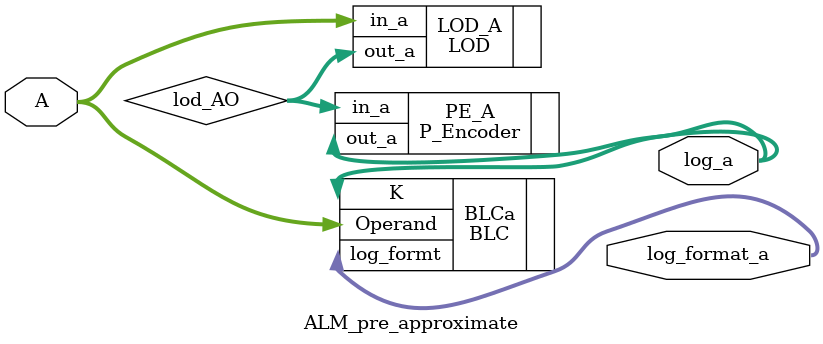
<source format=v>


// Company: iCAS Lab, University of South Carolina
// Engineer: Mohammed E. Elbtity
// Create Date: 12/28/2023 05:09:52 PM
// Design Name: 
// Module Name: ALM_pre_approximate
// Project Name: 
// Target Devices: 
// Tool Versions: 
// Description: 
// 
// Dependencies: 
// 
// Revision:
// Revision 0.01 - File Created
// Additional Comments:
// 
//////////////////////////////////////////////////////////////////////////////////

`timescale 1ns / 1ps

module ALM_pre_approximate #(parameter A_BW = 32, B_BW = 32, LOG2_WIDTH = $clog2(A_BW), WIDTH = 2**LOG2_WIDTH, M = 6)

(
    input	[A_BW-1:0]		A,
    output	[A_BW-2:0]	  log_format_a,
    output  [$clog2(A_BW)-1:0] log_a              // Log of A-Operand (P_Encoder output)
    //input   wire    [B_BW-1:0]      B,
    //output	    	[(A_BW+B_BW)-1:0]	mult_product
);

//wire [$clog2(A_BW)-1:0] log_a;              // Log of A-Operand (P_Encoder output)
//wire [$clog2(B_BW)-1:0] log_b;              // Log of B-Operand (P_Encoder output)
//wire	[A_BW-2:0]	log_format_a;
//wire	[B_BW-2:0]  log_format_b ;

//wire	[WIDTH-2:0]				fraction_sum ;

//wire [$clog2(A_BW):0] exp_sum;            // Exponents sum 
wire [A_BW-1:0] lod_AO;                     // LOD of A-Operand output
//wire [B_BW-1:0] lod_BO;                     // LOD of A-Operand output


LOD #(.BW(A_BW)) LOD_A (.in_a(A),.out_a(lod_AO));
P_Encoder #(.BW(A_BW)) PE_A (.in_a(lod_AO),.out_a(log_a));

//LOD #(.BW(A_BW)) LOD_B (.in_a(B),.out_a(lod_BO));
//P_Encoder #(.BW(A_BW)) PE_B (.in_a(lod_BO),.out_a(log_b));

BLC #(.LOG2_WIDTH($clog2(A_BW))) BLCa (.Operand(A),.K(log_a),.log_formt(log_format_a));
//BLC #(.LOG2_WIDTH($clog2(B_BW))) BLCb (.Operand(B),.K(log_b),.log_formt(log_format_b));

//Adder #(.LOG2_WIDTH($clog2(A_BW))) Adder (.A(log_format_a),.B(log_format_b),.log_a(log_a),.log_b(log_b),.OPs_sum(fraction_sum),.log_sum(exp_sum));
//LBC #(.LOG2_WIDTH($clog2(B_BW))) LBC (.fraction(fraction_sum),.exp_sum(exp_sum),.result(mult_product));

endmodule

</source>
